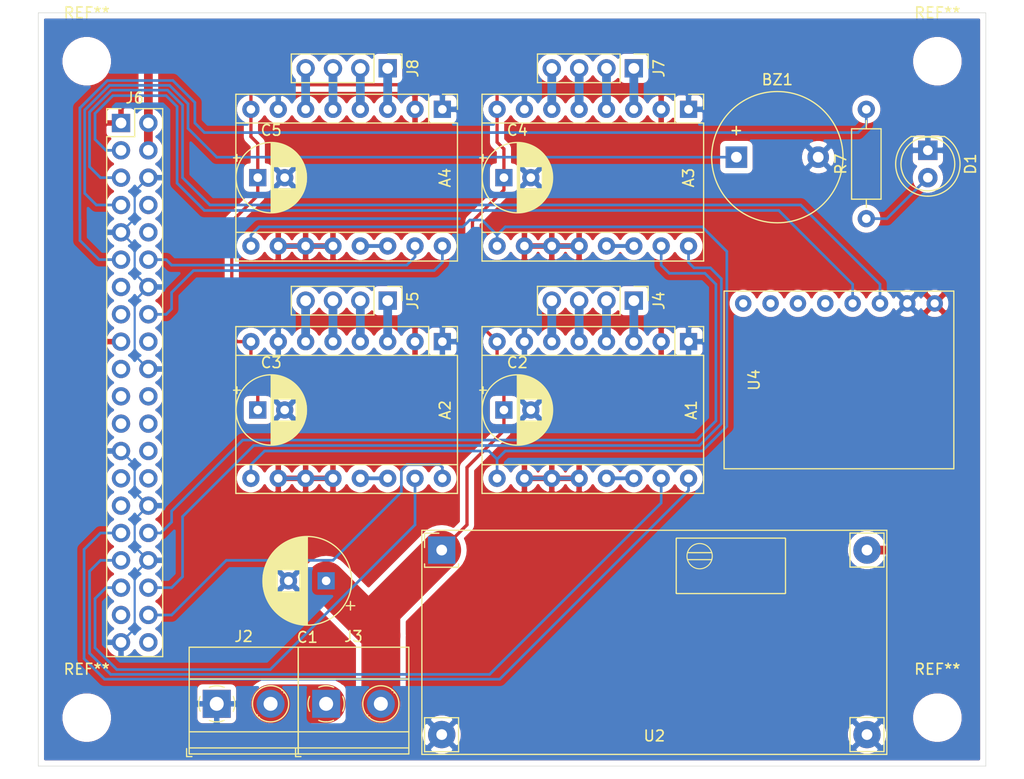
<source format=kicad_pcb>
(kicad_pcb (version 20171130) (host pcbnew 5.1.12-84ad8e8a86~92~ubuntu20.04.1)
  (layers (0 F.Cu signal) (31 B.Cu signal) (34 B.Paste user) (35 F.Paste user) (36 B.SilkS user) (37 F.SilkS user) (38 B.Mask user) (39 F.Mask user) (44 Edge.Cuts user))
  (net 0 "")
  (net 1 /M0_DIR)
  (net 2 +12V)
  (net 3 /M0_STEP)
  (net 4 GND)
  (net 5 /M0_2B)
  (net 6 /M0_2A)
  (net 7 /M0_1A)
  (net 8 /M0_1B)
  (net 9 +3V3)
  (net 10 /_ENABLE)
  (net 11 /M1_DIR)
  (net 12 /M1_STEP)
  (net 13 /M1_2B)
  (net 14 /M1_2A)
  (net 15 /M1_1A)
  (net 16 /M1_1B)
  (net 17 /M2_DIR)
  (net 18 /M2_STEP)
  (net 19 /M2_2B)
  (net 20 /M2_2A)
  (net 21 /M2_1A)
  (net 22 /M2_1B)
  (net 23 /M3_DIR)
  (net 24 /M3_STEP)
  (net 25 /M3_2B)
  (net 26 /M3_2A)
  (net 27 /M3_1A)
  (net 28 /M3_1B)
  (net 29 /BUZZER)
  (net 30 "Net-(D1-Pad2)")
  (net 31 "Net-(J6-Pad40)")
  (net 32 "Net-(J6-Pad37)")
  (net 33 "Net-(J6-Pad29)")
  (net 34 "Net-(J6-Pad27)")
  (net 35 "Net-(J6-Pad23)")
  (net 36 "Net-(J6-Pad21)")
  (net 37 "Net-(J6-Pad19)")
  (net 38 "Net-(J6-Pad18)")
  (net 39 "Net-(J6-Pad15)")
  (net 40 "Net-(J6-Pad13)")
  (net 41 "Net-(J6-Pad10)")
  (net 42 "Net-(J6-Pad8)")
  (net 43 /SCL)
  (net 44 /SDA)
  (net 45 /LED)
  (net 46 +5V)
  (net 47 "Net-(U4-Pad5)")
  (net 48 "Net-(U4-Pad6)")
  (net 49 "Net-(U4-Pad7)")
  (net 50 "Net-(U4-Pad8)")
  (net 51 "Net-(J2-Pad2)")
  (net 52 /_RESET0)
  (net 53 /_RESET1)
  (net 54 /_RESET2)
  (net 55 /_RESET3)
  (net 56 "Net-(J6-Pad28)")
  (net 57 "Net-(J6-Pad26)")
  (net 58 "Net-(J6-Pad22)")
  (net 59 "Net-(J6-Pad24)")
  (module MountingHole:MountingHole_3.5mm (layer F.Cu) (at 16.5 70.5)
    (fp_text reference REF** (at 0 -4.5) (layer F.SilkS))
    (fp_text value MountingHole_3.5mm)
    (pad 1 np_thru_hole circle (at 0 0) (size 3.5 3.5) (drill 3.5) (layers *.Cu *.Mask))
  )
  (module MountingHole:MountingHole_3.5mm (layer F.Cu) (at 95.5 70.5)
    (fp_text reference REF** (at 0 -4.5) (layer F.SilkS))
    (fp_text value MountingHole_3.5mm)
    (pad 1 np_thru_hole circle (at 0 0) (size 3.5 3.5) (drill 3.5) (layers *.Cu *.Mask))
  )
  (module MountingHole:MountingHole_3.5mm (layer F.Cu) (at 95.5 9.5)
    (fp_text reference REF** (at 0 -4.5) (layer F.SilkS))
    (fp_text value MountingHole_3.5mm)
    (pad 1 np_thru_hole circle (at 0 0) (size 3.5 3.5) (drill 3.5) (layers *.Cu *.Mask))
  )
  (module MountingHole:MountingHole_3.5mm (layer F.Cu) (at 16.5 9.5)
    (fp_text reference REF** (at 0 -4.5) (layer F.SilkS))
    (fp_text value MountingHole_3.5mm)
    (pad 1 np_thru_hole circle (at 0 0) (size 3.5 3.5) (drill 3.5) (layers *.Cu *.Mask))
  )
  (module TerminalBlock_Phoenix:TerminalBlock_Phoenix_MKDS-1,5-2-5.08_1x02_P5.08mm_Horizontal (layer F.Cu) (at 38.735 69.215)
    (fp_text reference J3 (at 2.54 -6.26) (layer F.SilkS))
    (fp_text value Conn_01x02)
    (pad 2 thru_hole circle (at 5.08 0) (size 2.6 2.6) (drill 1.3) (layers *.Cu *.Mask) (net 2 +12V))
    (pad 1 thru_hole rect (at 0 0) (size 2.6 2.6) (drill 1.3) (layers *.Cu *.Mask) (net 51 "Net-(J2-Pad2)"))
  )
  (module TerminalBlock_Phoenix:TerminalBlock_Phoenix_MKDS-1,5-2_1x02_P5.00mm_Horizontal (layer F.Cu) (at 28.575 69.215)
    (fp_text reference J2 (at 2.5 -6.26) (layer F.SilkS))
    (fp_text value Conn_01x02)
    (pad 2 thru_hole circle (at 5 0) (size 2.6 2.6) (drill 1.3) (layers *.Cu *.Mask) (net 51 "Net-(J2-Pad2)"))
    (pad 1 thru_hole rect (at 0 0) (size 2.6 2.6) (drill 1.3) (layers *.Cu *.Mask) (net 4 GND))
  )
  (module omniBoard:MPU6050_module (layer F.Cu) (at 86.36 39.116 270)
    (fp_text reference U4 (at 0 7.874 90) (layer F.SilkS))
    (fp_text value MPU6050_module)
    (pad 8 thru_hole circle (at -7.112 8.89 270) (size 1.524 1.524) (drill 0.762) (layers *.Cu *.Mask) (net 50 "Net-(U4-Pad8)"))
    (pad 7 thru_hole circle (at -7.112 6.35 270) (size 1.524 1.524) (drill 0.762) (layers *.Cu *.Mask) (net 49 "Net-(U4-Pad7)"))
    (pad 6 thru_hole circle (at -7.112 3.81 270) (size 1.524 1.524) (drill 0.762) (layers *.Cu *.Mask) (net 48 "Net-(U4-Pad6)"))
    (pad 5 thru_hole circle (at -7.112 1.27 270) (size 1.524 1.524) (drill 0.762) (layers *.Cu *.Mask) (net 47 "Net-(U4-Pad5)"))
    (pad 4 thru_hole circle (at -7.112 -1.27 270) (size 1.524 1.524) (drill 0.762) (layers *.Cu *.Mask) (net 44 /SDA))
    (pad 3 thru_hole circle (at -7.112 -3.81 270) (size 1.524 1.524) (drill 0.762) (layers *.Cu *.Mask) (net 43 /SCL))
    (pad 2 thru_hole circle (at -7.112 -6.35 270) (size 1.524 1.524) (drill 0.762) (layers *.Cu *.Mask) (net 4 GND))
    (pad 1 thru_hole circle (at -7.112 -8.89 270) (size 1.524 1.524) (drill 0.762) (layers *.Cu *.Mask) (net 9 +3V3))
  )
  (module omniBoard:LM2596_module (layer F.Cu) (at 69.215 63.5)
    (fp_text reference U2 (at 0 8.6995) (layer F.SilkS))
    (fp_text value LM2596_module)
    (pad 1 thru_hole rect (at -19.7485 -8.5725) (size 2.54 2.54) (drill 1) (layers *.Cu *.Mask) (net 2 +12V))
    (pad 3 thru_hole circle (at 19.7485 8.5725) (size 2.54 2.54) (drill 1) (layers *.Cu *.Mask) (net 4 GND))
    (pad 2 thru_hole circle (at -19.7485 8.5725) (size 2.54 2.54) (drill 1) (layers *.Cu *.Mask) (net 4 GND))
    (pad 4 thru_hole circle (at 19.7485 -8.5725) (size 2.54 2.54) (drill 1) (layers *.Cu *.Mask) (net 46 +5V))
  )
  (module Resistor_THT:R_Axial_DIN0207_L6.3mm_D2.5mm_P10.16mm_Horizontal (layer F.Cu) (at 88.9 24.13 90)
    (fp_text reference R7 (at 5.08 -2.37 90) (layer F.SilkS))
    (fp_text value 330)
    (pad 2 thru_hole oval (at 10.16 0 90) (size 1.6 1.6) (drill 0.8) (layers *.Cu *.Mask) (net 45 /LED))
    (pad 1 thru_hole circle (at 0 0 90) (size 1.6 1.6) (drill 0.8) (layers *.Cu *.Mask) (net 30 "Net-(D1-Pad2)"))
  )
  (module Connector_PinHeader_2.54mm:PinHeader_1x04_P2.54mm_Vertical (layer F.Cu) (at 44.45 10.16 270)
    (fp_text reference J8 (at 0 -2.33 90) (layer F.SilkS))
    (fp_text value Conn_01x04)
    (pad 4 thru_hole oval (at 0 7.62 270) (size 1.7 1.7) (drill 1) (layers *.Cu *.Mask) (net 25 /M3_2B))
    (pad 3 thru_hole oval (at 0 5.08 270) (size 1.7 1.7) (drill 1) (layers *.Cu *.Mask) (net 26 /M3_2A))
    (pad 2 thru_hole oval (at 0 2.54 270) (size 1.7 1.7) (drill 1) (layers *.Cu *.Mask) (net 27 /M3_1A))
    (pad 1 thru_hole rect (at 0 0 270) (size 1.7 1.7) (drill 1) (layers *.Cu *.Mask) (net 28 /M3_1B))
  )
  (module Connector_PinHeader_2.54mm:PinHeader_1x04_P2.54mm_Vertical (layer F.Cu) (at 67.31 10.16 270)
    (fp_text reference J7 (at 0 -2.33 90) (layer F.SilkS))
    (fp_text value Conn_01x04)
    (pad 4 thru_hole oval (at 0 7.62 270) (size 1.7 1.7) (drill 1) (layers *.Cu *.Mask) (net 19 /M2_2B))
    (pad 3 thru_hole oval (at 0 5.08 270) (size 1.7 1.7) (drill 1) (layers *.Cu *.Mask) (net 20 /M2_2A))
    (pad 2 thru_hole oval (at 0 2.54 270) (size 1.7 1.7) (drill 1) (layers *.Cu *.Mask) (net 21 /M2_1A))
    (pad 1 thru_hole rect (at 0 0 270) (size 1.7 1.7) (drill 1) (layers *.Cu *.Mask) (net 22 /M2_1B))
  )
  (module Connector_PinHeader_2.54mm:PinHeader_2x20_P2.54mm_Vertical (layer F.Cu) (at 19.685 15.24)
    (fp_text reference J6 (at 1.27 -2.33) (layer F.SilkS))
    (fp_text value Raspberry_Pi_2_3)
    (pad 1 thru_hole rect (at 0 0) (size 1.7 1.7) (drill 1) (layers *.Cu *.Mask) (net 9 +3V3))
    (pad 2 thru_hole oval (at 2.54 0) (size 1.7 1.7) (drill 1) (layers *.Cu *.Mask) (net 46 +5V))
    (pad 3 thru_hole oval (at 0 2.54) (size 1.7 1.7) (drill 1) (layers *.Cu *.Mask) (net 44 /SDA))
    (pad 4 thru_hole oval (at 2.54 2.54) (size 1.7 1.7) (drill 1) (layers *.Cu *.Mask) (net 46 +5V))
    (pad 5 thru_hole oval (at 0 5.08) (size 1.7 1.7) (drill 1) (layers *.Cu *.Mask) (net 43 /SCL))
    (pad 6 thru_hole oval (at 2.54 5.08) (size 1.7 1.7) (drill 1) (layers *.Cu *.Mask) (net 4 GND))
    (pad 7 thru_hole oval (at 0 7.62) (size 1.7 1.7) (drill 1) (layers *.Cu *.Mask) (net 29 /BUZZER))
    (pad 8 thru_hole oval (at 2.54 7.62) (size 1.7 1.7) (drill 1) (layers *.Cu *.Mask) (net 42 "Net-(J6-Pad8)"))
    (pad 9 thru_hole oval (at 0 10.16) (size 1.7 1.7) (drill 1) (layers *.Cu *.Mask) (net 4 GND))
    (pad 10 thru_hole oval (at 2.54 10.16) (size 1.7 1.7) (drill 1) (layers *.Cu *.Mask) (net 41 "Net-(J6-Pad10)"))
    (pad 11 thru_hole oval (at 0 12.7) (size 1.7 1.7) (drill 1) (layers *.Cu *.Mask) (net 45 /LED))
    (pad 12 thru_hole oval (at 2.54 12.7) (size 1.7 1.7) (drill 1) (layers *.Cu *.Mask) (net 24 /M3_STEP))
    (pad 13 thru_hole oval (at 0 15.24) (size 1.7 1.7) (drill 1) (layers *.Cu *.Mask) (net 40 "Net-(J6-Pad13)"))
    (pad 14 thru_hole oval (at 2.54 15.24) (size 1.7 1.7) (drill 1) (layers *.Cu *.Mask) (net 4 GND))
    (pad 15 thru_hole oval (at 0 17.78) (size 1.7 1.7) (drill 1) (layers *.Cu *.Mask) (net 39 "Net-(J6-Pad15)"))
    (pad 16 thru_hole oval (at 2.54 17.78) (size 1.7 1.7) (drill 1) (layers *.Cu *.Mask) (net 23 /M3_DIR))
    (pad 17 thru_hole oval (at 0 20.32) (size 1.7 1.7) (drill 1) (layers *.Cu *.Mask) (net 9 +3V3))
    (pad 18 thru_hole oval (at 2.54 20.32) (size 1.7 1.7) (drill 1) (layers *.Cu *.Mask) (net 38 "Net-(J6-Pad18)"))
    (pad 19 thru_hole oval (at 0 22.86) (size 1.7 1.7) (drill 1) (layers *.Cu *.Mask) (net 37 "Net-(J6-Pad19)"))
    (pad 20 thru_hole oval (at 2.54 22.86) (size 1.7 1.7) (drill 1) (layers *.Cu *.Mask) (net 4 GND))
    (pad 21 thru_hole oval (at 0 25.4) (size 1.7 1.7) (drill 1) (layers *.Cu *.Mask) (net 36 "Net-(J6-Pad21)"))
    (pad 22 thru_hole oval (at 2.54 25.4) (size 1.7 1.7) (drill 1) (layers *.Cu *.Mask) (net 58 "Net-(J6-Pad22)"))
    (pad 23 thru_hole oval (at 0 27.94) (size 1.7 1.7) (drill 1) (layers *.Cu *.Mask) (net 35 "Net-(J6-Pad23)"))
    (pad 24 thru_hole oval (at 2.54 27.94) (size 1.7 1.7) (drill 1) (layers *.Cu *.Mask) (net 59 "Net-(J6-Pad24)"))
    (pad 25 thru_hole oval (at 0 30.48) (size 1.7 1.7) (drill 1) (layers *.Cu *.Mask) (net 4 GND))
    (pad 26 thru_hole oval (at 2.54 30.48) (size 1.7 1.7) (drill 1) (layers *.Cu *.Mask) (net 57 "Net-(J6-Pad26)"))
    (pad 27 thru_hole oval (at 0 33.02) (size 1.7 1.7) (drill 1) (layers *.Cu *.Mask) (net 34 "Net-(J6-Pad27)"))
    (pad 28 thru_hole oval (at 2.54 33.02) (size 1.7 1.7) (drill 1) (layers *.Cu *.Mask) (net 56 "Net-(J6-Pad28)"))
    (pad 29 thru_hole oval (at 0 35.56) (size 1.7 1.7) (drill 1) (layers *.Cu *.Mask) (net 33 "Net-(J6-Pad29)"))
    (pad 30 thru_hole oval (at 2.54 35.56) (size 1.7 1.7) (drill 1) (layers *.Cu *.Mask) (net 4 GND))
    (pad 31 thru_hole oval (at 0 38.1) (size 1.7 1.7) (drill 1) (layers *.Cu *.Mask) (net 1 /M0_DIR))
    (pad 32 thru_hole oval (at 2.54 38.1) (size 1.7 1.7) (drill 1) (layers *.Cu *.Mask) (net 18 /M2_STEP))
    (pad 33 thru_hole oval (at 0 40.64) (size 1.7 1.7) (drill 1) (layers *.Cu *.Mask) (net 3 /M0_STEP))
    (pad 34 thru_hole oval (at 2.54 40.64) (size 1.7 1.7) (drill 1) (layers *.Cu *.Mask) (net 4 GND))
    (pad 35 thru_hole oval (at 0 43.18) (size 1.7 1.7) (drill 1) (layers *.Cu *.Mask) (net 12 /M1_STEP))
    (pad 36 thru_hole oval (at 2.54 43.18) (size 1.7 1.7) (drill 1) (layers *.Cu *.Mask) (net 17 /M2_DIR))
    (pad 37 thru_hole oval (at 0 45.72) (size 1.7 1.7) (drill 1) (layers *.Cu *.Mask) (net 32 "Net-(J6-Pad37)"))
    (pad 38 thru_hole oval (at 2.54 45.72) (size 1.7 1.7) (drill 1) (layers *.Cu *.Mask) (net 11 /M1_DIR))
    (pad 39 thru_hole oval (at 0 48.26) (size 1.7 1.7) (drill 1) (layers *.Cu *.Mask) (net 4 GND))
    (pad 40 thru_hole oval (at 2.54 48.26) (size 1.7 1.7) (drill 1) (layers *.Cu *.Mask) (net 31 "Net-(J6-Pad40)"))
  )
  (module Connector_PinHeader_2.54mm:PinHeader_1x04_P2.54mm_Vertical (layer F.Cu) (at 44.45 31.75 270)
    (fp_text reference J5 (at 0 -2.33 90) (layer F.SilkS))
    (fp_text value Conn_01x04)
    (pad 4 thru_hole oval (at 0 7.62 270) (size 1.7 1.7) (drill 1) (layers *.Cu *.Mask) (net 13 /M1_2B))
    (pad 3 thru_hole oval (at 0 5.08 270) (size 1.7 1.7) (drill 1) (layers *.Cu *.Mask) (net 14 /M1_2A))
    (pad 2 thru_hole oval (at 0 2.54 270) (size 1.7 1.7) (drill 1) (layers *.Cu *.Mask) (net 15 /M1_1A))
    (pad 1 thru_hole rect (at 0 0 270) (size 1.7 1.7) (drill 1) (layers *.Cu *.Mask) (net 16 /M1_1B))
  )
  (module Connector_PinHeader_2.54mm:PinHeader_1x04_P2.54mm_Vertical (layer F.Cu) (at 67.31 31.75 270)
    (fp_text reference J4 (at 0 -2.33 90) (layer F.SilkS))
    (fp_text value Conn_01x04)
    (pad 4 thru_hole oval (at 0 7.62 270) (size 1.7 1.7) (drill 1) (layers *.Cu *.Mask) (net 5 /M0_2B))
    (pad 3 thru_hole oval (at 0 5.08 270) (size 1.7 1.7) (drill 1) (layers *.Cu *.Mask) (net 6 /M0_2A))
    (pad 2 thru_hole oval (at 0 2.54 270) (size 1.7 1.7) (drill 1) (layers *.Cu *.Mask) (net 7 /M0_1A))
    (pad 1 thru_hole rect (at 0 0 270) (size 1.7 1.7) (drill 1) (layers *.Cu *.Mask) (net 8 /M0_1B))
  )
  (module LED_THT:LED_D5.0mm (layer F.Cu) (at 94.615 17.78 270)
    (fp_text reference D1 (at 1.27 -3.96 90) (layer F.SilkS))
    (fp_text value LED)
    (pad 2 thru_hole circle (at 2.54 0 270) (size 1.8 1.8) (drill 0.9) (layers *.Cu *.Mask) (net 30 "Net-(D1-Pad2)"))
    (pad 1 thru_hole rect (at 0 0 270) (size 1.8 1.8) (drill 0.9) (layers *.Cu *.Mask) (net 4 GND))
  )
  (module Capacitor_THT:CP_Radial_D6.3mm_P2.50mm (layer F.Cu) (at 32.385 20.32)
    (fp_text reference C5 (at 1.25 -4.4) (layer F.SilkS))
    (fp_text value 100uF)
    (pad 2 thru_hole circle (at 2.5 0) (size 1.6 1.6) (drill 0.8) (layers *.Cu *.Mask) (net 4 GND))
    (pad 1 thru_hole rect (at 0 0) (size 1.6 1.6) (drill 0.8) (layers *.Cu *.Mask) (net 2 +12V))
  )
  (module Capacitor_THT:CP_Radial_D6.3mm_P2.50mm (layer F.Cu) (at 55.245 20.32)
    (fp_text reference C4 (at 1.25 -4.4) (layer F.SilkS))
    (fp_text value 100uF)
    (pad 2 thru_hole circle (at 2.5 0) (size 1.6 1.6) (drill 0.8) (layers *.Cu *.Mask) (net 4 GND))
    (pad 1 thru_hole rect (at 0 0) (size 1.6 1.6) (drill 0.8) (layers *.Cu *.Mask) (net 2 +12V))
  )
  (module Capacitor_THT:CP_Radial_D6.3mm_P2.50mm (layer F.Cu) (at 32.385 41.91)
    (fp_text reference C3 (at 1.25 -4.4) (layer F.SilkS))
    (fp_text value 100uF)
    (pad 2 thru_hole circle (at 2.5 0) (size 1.6 1.6) (drill 0.8) (layers *.Cu *.Mask) (net 4 GND))
    (pad 1 thru_hole rect (at 0 0) (size 1.6 1.6) (drill 0.8) (layers *.Cu *.Mask) (net 2 +12V))
  )
  (module Capacitor_THT:CP_Radial_D6.3mm_P2.50mm (layer F.Cu) (at 55.245 41.91)
    (fp_text reference C2 (at 1.25 -4.4) (layer F.SilkS))
    (fp_text value 100uF)
    (pad 2 thru_hole circle (at 2.5 0) (size 1.6 1.6) (drill 0.8) (layers *.Cu *.Mask) (net 4 GND))
    (pad 1 thru_hole rect (at 0 0) (size 1.6 1.6) (drill 0.8) (layers *.Cu *.Mask) (net 2 +12V))
  )
  (module Capacitor_THT:CP_Radial_D8.0mm_P3.50mm (layer F.Cu) (at 38.735 57.785 180)
    (fp_text reference C1 (at 1.75 -5.25) (layer F.SilkS))
    (fp_text value 220uF)
    (pad 1 thru_hole rect (at 0 0 180) (size 1.6 1.6) (drill 0.8) (layers *.Cu *.Mask) (net 2 +12V))
    (pad 2 thru_hole circle (at 3.5 0 180) (size 1.6 1.6) (drill 0.8) (layers *.Cu *.Mask) (net 4 GND))
  )
  (module Buzzer_Beeper:Buzzer_12x9.5RM7.6 (layer F.Cu) (at 76.835 18.415)
    (fp_text reference BZ1 (at 3.8 -7.2) (layer F.SilkS))
    (fp_text value Buzzer)
    (fp_text user + (at -0.01 -2.54) (layer F.SilkS))
    (pad 2 thru_hole circle (at 7.6 0) (size 2 2) (drill 1) (layers *.Cu *.Mask) (net 4 GND))
    (pad 1 thru_hole rect (at 0 0) (size 2 2) (drill 1) (layers *.Cu *.Mask) (net 29 /BUZZER))
  )
  (module Module:Pololu_Breakout-16_15.2x20.3mm (layer F.Cu) (at 49.53 13.97 270)
    (fp_text reference A4 (at 6.35 -0.254 90) (layer F.SilkS))
    (fp_text value Pololu_Breakout_A4988)
    (pad 16 thru_hole oval (at 12.7 0 270) (size 1.6 1.6) (drill 0.8) (layers *.Cu *.Mask) (net 23 /M3_DIR))
    (pad 8 thru_hole oval (at 0 17.78 270) (size 1.6 1.6) (drill 0.8) (layers *.Cu *.Mask) (net 2 +12V))
    (pad 15 thru_hole oval (at 12.7 2.54 270) (size 1.6 1.6) (drill 0.8) (layers *.Cu *.Mask) (net 24 /M3_STEP))
    (pad 7 thru_hole oval (at 0 15.24 270) (size 1.6 1.6) (drill 0.8) (layers *.Cu *.Mask) (net 4 GND))
    (pad 14 thru_hole oval (at 12.7 5.08 270) (size 1.6 1.6) (drill 0.8) (layers *.Cu *.Mask) (net 55 /_RESET3))
    (pad 6 thru_hole oval (at 0 12.7 270) (size 1.6 1.6) (drill 0.8) (layers *.Cu *.Mask) (net 25 /M3_2B))
    (pad 13 thru_hole oval (at 12.7 7.62 270) (size 1.6 1.6) (drill 0.8) (layers *.Cu *.Mask) (net 55 /_RESET3))
    (pad 5 thru_hole oval (at 0 10.16 270) (size 1.6 1.6) (drill 0.8) (layers *.Cu *.Mask) (net 26 /M3_2A))
    (pad 12 thru_hole oval (at 12.7 10.16 270) (size 1.6 1.6) (drill 0.8) (layers *.Cu *.Mask) (net 9 +3V3))
    (pad 4 thru_hole oval (at 0 7.62 270) (size 1.6 1.6) (drill 0.8) (layers *.Cu *.Mask) (net 27 /M3_1A))
    (pad 11 thru_hole oval (at 12.7 12.7 270) (size 1.6 1.6) (drill 0.8) (layers *.Cu *.Mask) (net 9 +3V3))
    (pad 3 thru_hole oval (at 0 5.08 270) (size 1.6 1.6) (drill 0.8) (layers *.Cu *.Mask) (net 28 /M3_1B))
    (pad 10 thru_hole oval (at 12.7 15.24 270) (size 1.6 1.6) (drill 0.8) (layers *.Cu *.Mask) (net 9 +3V3))
    (pad 2 thru_hole oval (at 0 2.54 270) (size 1.6 1.6) (drill 0.8) (layers *.Cu *.Mask) (net 9 +3V3))
    (pad 9 thru_hole oval (at 12.7 17.78 270) (size 1.6 1.6) (drill 0.8) (layers *.Cu *.Mask) (net 10 /_ENABLE))
    (pad 1 thru_hole rect (at 0 0 270) (size 1.6 1.6) (drill 0.8) (layers *.Cu *.Mask) (net 4 GND))
  )
  (module Module:Pololu_Breakout-16_15.2x20.3mm (layer F.Cu) (at 72.39 13.97 270)
    (fp_text reference A3 (at 6.35 0 90) (layer F.SilkS))
    (fp_text value Pololu_Breakout_A4988)
    (pad 16 thru_hole oval (at 12.7 0 270) (size 1.6 1.6) (drill 0.8) (layers *.Cu *.Mask) (net 17 /M2_DIR))
    (pad 8 thru_hole oval (at 0 17.78 270) (size 1.6 1.6) (drill 0.8) (layers *.Cu *.Mask) (net 2 +12V))
    (pad 15 thru_hole oval (at 12.7 2.54 270) (size 1.6 1.6) (drill 0.8) (layers *.Cu *.Mask) (net 18 /M2_STEP))
    (pad 7 thru_hole oval (at 0 15.24 270) (size 1.6 1.6) (drill 0.8) (layers *.Cu *.Mask) (net 4 GND))
    (pad 14 thru_hole oval (at 12.7 5.08 270) (size 1.6 1.6) (drill 0.8) (layers *.Cu *.Mask) (net 54 /_RESET2))
    (pad 6 thru_hole oval (at 0 12.7 270) (size 1.6 1.6) (drill 0.8) (layers *.Cu *.Mask) (net 19 /M2_2B))
    (pad 13 thru_hole oval (at 12.7 7.62 270) (size 1.6 1.6) (drill 0.8) (layers *.Cu *.Mask) (net 54 /_RESET2))
    (pad 5 thru_hole oval (at 0 10.16 270) (size 1.6 1.6) (drill 0.8) (layers *.Cu *.Mask) (net 20 /M2_2A))
    (pad 12 thru_hole oval (at 12.7 10.16 270) (size 1.6 1.6) (drill 0.8) (layers *.Cu *.Mask) (net 9 +3V3))
    (pad 4 thru_hole oval (at 0 7.62 270) (size 1.6 1.6) (drill 0.8) (layers *.Cu *.Mask) (net 21 /M2_1A))
    (pad 11 thru_hole oval (at 12.7 12.7 270) (size 1.6 1.6) (drill 0.8) (layers *.Cu *.Mask) (net 9 +3V3))
    (pad 3 thru_hole oval (at 0 5.08 270) (size 1.6 1.6) (drill 0.8) (layers *.Cu *.Mask) (net 22 /M2_1B))
    (pad 10 thru_hole oval (at 12.7 15.24 270) (size 1.6 1.6) (drill 0.8) (layers *.Cu *.Mask) (net 9 +3V3))
    (pad 2 thru_hole oval (at 0 2.54 270) (size 1.6 1.6) (drill 0.8) (layers *.Cu *.Mask) (net 9 +3V3))
    (pad 9 thru_hole oval (at 12.7 17.78 270) (size 1.6 1.6) (drill 0.8) (layers *.Cu *.Mask) (net 10 /_ENABLE))
    (pad 1 thru_hole rect (at 0 0 270) (size 1.6 1.6) (drill 0.8) (layers *.Cu *.Mask) (net 4 GND))
  )
  (module Module:Pololu_Breakout-16_15.2x20.3mm (layer F.Cu) (at 49.53 35.56 270)
    (fp_text reference A2 (at 6.35 -0.254 90) (layer F.SilkS))
    (fp_text value Pololu_Breakout_A4988)
    (pad 16 thru_hole oval (at 12.7 0 270) (size 1.6 1.6) (drill 0.8) (layers *.Cu *.Mask) (net 11 /M1_DIR))
    (pad 8 thru_hole oval (at 0 17.78 270) (size 1.6 1.6) (drill 0.8) (layers *.Cu *.Mask) (net 2 +12V))
    (pad 15 thru_hole oval (at 12.7 2.54 270) (size 1.6 1.6) (drill 0.8) (layers *.Cu *.Mask) (net 12 /M1_STEP))
    (pad 7 thru_hole oval (at 0 15.24 270) (size 1.6 1.6) (drill 0.8) (layers *.Cu *.Mask) (net 4 GND))
    (pad 14 thru_hole oval (at 12.7 5.08 270) (size 1.6 1.6) (drill 0.8) (layers *.Cu *.Mask) (net 53 /_RESET1))
    (pad 6 thru_hole oval (at 0 12.7 270) (size 1.6 1.6) (drill 0.8) (layers *.Cu *.Mask) (net 13 /M1_2B))
    (pad 13 thru_hole oval (at 12.7 7.62 270) (size 1.6 1.6) (drill 0.8) (layers *.Cu *.Mask) (net 53 /_RESET1))
    (pad 5 thru_hole oval (at 0 10.16 270) (size 1.6 1.6) (drill 0.8) (layers *.Cu *.Mask) (net 14 /M1_2A))
    (pad 12 thru_hole oval (at 12.7 10.16 270) (size 1.6 1.6) (drill 0.8) (layers *.Cu *.Mask) (net 9 +3V3))
    (pad 4 thru_hole oval (at 0 7.62 270) (size 1.6 1.6) (drill 0.8) (layers *.Cu *.Mask) (net 15 /M1_1A))
    (pad 11 thru_hole oval (at 12.7 12.7 270) (size 1.6 1.6) (drill 0.8) (layers *.Cu *.Mask) (net 9 +3V3))
    (pad 3 thru_hole oval (at 0 5.08 270) (size 1.6 1.6) (drill 0.8) (layers *.Cu *.Mask) (net 16 /M1_1B))
    (pad 10 thru_hole oval (at 12.7 15.24 270) (size 1.6 1.6) (drill 0.8) (layers *.Cu *.Mask) (net 9 +3V3))
    (pad 2 thru_hole oval (at 0 2.54 270) (size 1.6 1.6) (drill 0.8) (layers *.Cu *.Mask) (net 9 +3V3))
    (pad 9 thru_hole oval (at 12.7 17.78 270) (size 1.6 1.6) (drill 0.8) (layers *.Cu *.Mask) (net 10 /_ENABLE))
    (pad 1 thru_hole rect (at 0 0 270) (size 1.6 1.6) (drill 0.8) (layers *.Cu *.Mask) (net 4 GND))
  )
  (module Module:Pololu_Breakout-16_15.2x20.3mm (layer F.Cu) (at 72.39 35.56 270)
    (fp_text reference A1 (at 6.35 -0.254 90) (layer F.SilkS))
    (fp_text value Pololu_Breakout_A4988)
    (pad 16 thru_hole oval (at 12.7 0 270) (size 1.6 1.6) (drill 0.8) (layers *.Cu *.Mask) (net 1 /M0_DIR))
    (pad 8 thru_hole oval (at 0 17.78 270) (size 1.6 1.6) (drill 0.8) (layers *.Cu *.Mask) (net 2 +12V))
    (pad 15 thru_hole oval (at 12.7 2.54 270) (size 1.6 1.6) (drill 0.8) (layers *.Cu *.Mask) (net 3 /M0_STEP))
    (pad 7 thru_hole oval (at 0 15.24 270) (size 1.6 1.6) (drill 0.8) (layers *.Cu *.Mask) (net 4 GND))
    (pad 14 thru_hole oval (at 12.7 5.08 270) (size 1.6 1.6) (drill 0.8) (layers *.Cu *.Mask) (net 52 /_RESET0))
    (pad 6 thru_hole oval (at 0 12.7 270) (size 1.6 1.6) (drill 0.8) (layers *.Cu *.Mask) (net 5 /M0_2B))
    (pad 13 thru_hole oval (at 12.7 7.62 270) (size 1.6 1.6) (drill 0.8) (layers *.Cu *.Mask) (net 52 /_RESET0))
    (pad 5 thru_hole oval (at 0 10.16 270) (size 1.6 1.6) (drill 0.8) (layers *.Cu *.Mask) (net 6 /M0_2A))
    (pad 12 thru_hole oval (at 12.7 10.16 270) (size 1.6 1.6) (drill 0.8) (layers *.Cu *.Mask) (net 9 +3V3))
    (pad 4 thru_hole oval (at 0 7.62 270) (size 1.6 1.6) (drill 0.8) (layers *.Cu *.Mask) (net 7 /M0_1A))
    (pad 11 thru_hole oval (at 12.7 12.7 270) (size 1.6 1.6) (drill 0.8) (layers *.Cu *.Mask) (net 9 +3V3))
    (pad 3 thru_hole oval (at 0 5.08 270) (size 1.6 1.6) (drill 0.8) (layers *.Cu *.Mask) (net 8 /M0_1B))
    (pad 10 thru_hole oval (at 12.7 15.24 270) (size 1.6 1.6) (drill 0.8) (layers *.Cu *.Mask) (net 9 +3V3))
    (pad 2 thru_hole oval (at 0 2.54 270) (size 1.6 1.6) (drill 0.8) (layers *.Cu *.Mask) (net 9 +3V3))
    (pad 9 thru_hole oval (at 12.7 17.78 270) (size 1.6 1.6) (drill 0.8) (layers *.Cu *.Mask) (net 10 /_ENABLE))
    (pad 1 thru_hole rect (at 0 0 270) (size 1.6 1.6) (drill 0.8) (layers *.Cu *.Mask) (net 4 GND))
  )
  (gr_line (start 100 75) (end 100 5) (layer Edge.Cuts) (width 0.05))
  (gr_line (start 12 5) (end 12 75) (layer Edge.Cuts) (width 0.05))
  (gr_line (start 12 75) (end 100 75) (layer Edge.Cuts) (width 0.05))
  (gr_line (start 12 5) (end 100 5) (layer Edge.Cuts) (width 0.05))
  (segment (start 54.85237 66.929) (end 72.39 49.39137) (width 0.25) (layer B.Cu) (net 1))
  (segment (start 18.161 66.929) (end 54.85237 66.929) (width 0.25) (layer B.Cu) (net 1))
  (segment (start 72.39 49.39137) (end 72.39 48.26) (width 0.25) (layer B.Cu) (net 1))
  (segment (start 16.256 65.024) (end 18.161 66.929) (width 0.25) (layer B.Cu) (net 1))
  (segment (start 16.256 54.864) (end 16.256 65.024) (width 0.25) (layer B.Cu) (net 1))
  (segment (start 17.78 53.34) (end 16.256 54.864) (width 0.25) (layer B.Cu) (net 1))
  (segment (start 19.685 53.34) (end 17.78 53.34) (width 0.25) (layer B.Cu) (net 1))
  (segment (start 43.815 62.865) (end 38.735 57.785) (width 3.6068) (layer F.Cu) (net 2))
  (segment (start 43.815 69.215) (end 43.815 62.865) (width 3.6068) (layer F.Cu) (net 2))
  (segment (start 43.815 60.579) (end 49.4665 54.9275) (width 3.6068) (layer F.Cu) (net 2))
  (segment (start 43.815 62.865) (end 43.815 60.579) (width 3.6068) (layer F.Cu) (net 2))
  (segment (start 55.245 41.91) (end 55.245 37.973) (width 0.3048) (layer F.Cu) (net 2))
  (segment (start 54.61 37.338) (end 54.61 35.56) (width 0.3048) (layer F.Cu) (net 2))
  (segment (start 55.245 37.973) (end 54.61 37.338) (width 0.3048) (layer F.Cu) (net 2))
  (segment (start 55.245 41.91) (end 55.245 43.815) (width 0.3048) (layer F.Cu) (net 2))
  (segment (start 55.245 43.815) (end 51.816 47.244) (width 0.3048) (layer F.Cu) (net 2))
  (segment (start 51.816 52.578) (end 49.4665 54.9275) (width 0.3048) (layer F.Cu) (net 2))
  (segment (start 51.816 47.244) (end 51.816 52.578) (width 0.3048) (layer F.Cu) (net 2))
  (segment (start 54.61 35.56) (end 52.324 33.274) (width 0.3048) (layer F.Cu) (net 2))
  (segment (start 52.324 33.274) (end 52.324 24.384) (width 0.3048) (layer F.Cu) (net 2))
  (segment (start 55.245 21.463) (end 55.245 20.32) (width 0.3048) (layer F.Cu) (net 2))
  (segment (start 52.324 24.384) (end 55.245 21.463) (width 0.3048) (layer F.Cu) (net 2))
  (segment (start 54.61 13.97) (end 54.61 17.018) (width 0.3048) (layer F.Cu) (net 2))
  (segment (start 55.245 17.653) (end 55.245 20.32) (width 0.3048) (layer F.Cu) (net 2))
  (segment (start 54.61 17.018) (end 55.245 17.653) (width 0.3048) (layer F.Cu) (net 2))
  (segment (start 31.75 13.97) (end 31.75 16.51) (width 0.3048) (layer F.Cu) (net 2))
  (segment (start 32.385 17.145) (end 32.385 20.32) (width 0.3048) (layer F.Cu) (net 2))
  (segment (start 31.75 16.51) (end 32.385 17.145) (width 0.3048) (layer F.Cu) (net 2))
  (segment (start 32.385 20.32) (end 32.385 21.971) (width 0.3048) (layer F.Cu) (net 2))
  (segment (start 32.385 21.971) (end 29.972 24.384) (width 0.3048) (layer F.Cu) (net 2))
  (segment (start 29.972 24.384) (end 29.972 35.052) (width 0.3048) (layer F.Cu) (net 2))
  (segment (start 30.48 35.56) (end 31.75 35.56) (width 0.3048) (layer F.Cu) (net 2))
  (segment (start 29.972 35.052) (end 30.48 35.56) (width 0.3048) (layer F.Cu) (net 2))
  (segment (start 31.75 35.56) (end 31.75 38.354) (width 0.3048) (layer F.Cu) (net 2))
  (segment (start 32.385 38.989) (end 32.385 41.91) (width 0.3048) (layer F.Cu) (net 2))
  (segment (start 31.75 38.354) (end 32.385 38.989) (width 0.3048) (layer F.Cu) (net 2))
  (segment (start 31.75 13.97) (end 31.75 12.446) (width 0.3048) (layer F.Cu) (net 2))
  (segment (start 31.75 12.446) (end 32.512 11.684) (width 0.3048) (layer F.Cu) (net 2))
  (segment (start 32.512 11.684) (end 53.848 11.684) (width 0.3048) (layer F.Cu) (net 2))
  (segment (start 54.61 12.446) (end 54.61 13.97) (width 0.3048) (layer F.Cu) (net 2))
  (segment (start 53.848 11.684) (end 54.61 12.446) (width 0.3048) (layer F.Cu) (net 2))
  (segment (start 17.78 55.88) (end 19.685 55.88) (width 0.25) (layer B.Cu) (net 3))
  (segment (start 16.764 56.896) (end 17.78 55.88) (width 0.25) (layer B.Cu) (net 3))
  (segment (start 18.72699 66.47899) (end 16.764 64.516) (width 0.25) (layer B.Cu) (net 3))
  (segment (start 53.91701 66.47899) (end 18.72699 66.47899) (width 0.25) (layer B.Cu) (net 3))
  (segment (start 16.764 64.516) (end 16.764 56.896) (width 0.25) (layer B.Cu) (net 3))
  (segment (start 69.85 50.546) (end 53.91701 66.47899) (width 0.25) (layer B.Cu) (net 3))
  (segment (start 69.85 48.26) (end 69.85 50.546) (width 0.25) (layer B.Cu) (net 3))
  (segment (start 22.225 20.32) (end 20.955 21.59) (width 0.2) (layer B.Cu) (net 4))
  (segment (start 20.955 24.13) (end 19.685 25.4) (width 0.2) (layer B.Cu) (net 4))
  (segment (start 20.955 21.59) (end 20.955 24.13) (width 0.2) (layer B.Cu) (net 4))
  (segment (start 19.685 25.4) (end 20.955 26.67) (width 0.2) (layer B.Cu) (net 4))
  (segment (start 20.955 29.21) (end 22.225 30.48) (width 0.2) (layer B.Cu) (net 4))
  (segment (start 20.955 26.67) (end 20.955 29.21) (width 0.2) (layer B.Cu) (net 4))
  (segment (start 22.225 30.48) (end 20.955 31.75) (width 0.2) (layer B.Cu) (net 4))
  (segment (start 20.955 36.83) (end 22.225 38.1) (width 0.2) (layer B.Cu) (net 4))
  (segment (start 20.955 31.75) (end 20.955 36.83) (width 0.2) (layer B.Cu) (net 4))
  (segment (start 22.225 50.8) (end 20.955 52.07) (width 0.2) (layer B.Cu) (net 4))
  (segment (start 20.955 54.61) (end 22.225 55.88) (width 0.2) (layer B.Cu) (net 4))
  (segment (start 20.955 52.07) (end 20.955 54.61) (width 0.2) (layer B.Cu) (net 4))
  (segment (start 22.225 55.88) (end 20.955 57.15) (width 0.2) (layer B.Cu) (net 4))
  (segment (start 20.955 57.15) (end 20.955 62.23) (width 0.2) (layer B.Cu) (net 4))
  (segment (start 20.955 62.23) (end 19.685 63.5) (width 0.2) (layer B.Cu) (net 4))
  (segment (start 19.685 45.72) (end 20.955 46.99) (width 0.2) (layer B.Cu) (net 4))
  (segment (start 20.955 49.53) (end 22.225 50.8) (width 0.2) (layer B.Cu) (net 4))
  (segment (start 20.955 46.99) (end 20.955 49.53) (width 0.2) (layer B.Cu) (net 4))
  (segment (start 59.69 31.75) (end 59.69 35.56) (width 0.8128) (layer B.Cu) (net 5))
  (segment (start 44.45 26.67) (end 41.91 26.67) (width 0.3556) (layer B.Cu) (net 55))
  (segment (start 67.31 26.67) (end 64.77 26.67) (width 0.3556) (layer B.Cu) (net 54))
  (segment (start 67.31 48.26) (end 64.77 48.26) (width 0.3556) (layer B.Cu) (net 52))
  (segment (start 44.45 48.26) (end 41.91 48.26) (width 0.3556) (layer B.Cu) (net 53))
  (segment (start 62.23 35.56) (end 62.23 31.75) (width 0.8128) (layer B.Cu) (net 6))
  (segment (start 64.77 31.75) (end 64.77 35.56) (width 0.8128) (layer B.Cu) (net 7))
  (segment (start 67.31 35.56) (end 67.31 31.75) (width 0.8128) (layer B.Cu) (net 8))
  (segment (start 57.15 26.67) (end 62.23 26.67) (width 0.3556) (layer B.Cu) (net 9))
  (segment (start 34.29 26.67) (end 39.37 26.67) (width 0.3556) (layer B.Cu) (net 9))
  (segment (start 34.29 48.26) (end 39.37 48.26) (width 0.3556) (layer B.Cu) (net 9))
  (segment (start 57.15 48.26) (end 62.23 48.26) (width 0.3556) (layer B.Cu) (net 9))
  (segment (start 54.61 25.654) (end 54.61 26.67) (width 0.25) (layer B.Cu) (net 10))
  (segment (start 31.75 48.26) (end 31.75 46.99) (width 0.25) (layer B.Cu) (net 10))
  (segment (start 31.75 46.99) (end 33.02 45.72) (width 0.25) (layer B.Cu) (net 10))
  (segment (start 33.02 45.72) (end 53.848 45.72) (width 0.25) (layer B.Cu) (net 10))
  (segment (start 54.61 46.482) (end 54.61 48.26) (width 0.25) (layer B.Cu) (net 10))
  (segment (start 53.848 45.72) (end 54.61 46.482) (width 0.25) (layer B.Cu) (net 10))
  (segment (start 73.66 24.892) (end 75.946 27.178) (width 0.25) (layer B.Cu) (net 10))
  (segment (start 55.372 24.892) (end 73.66 24.892) (width 0.25) (layer B.Cu) (net 10))
  (segment (start 54.61 25.654) (end 55.372 24.892) (width 0.25) (layer B.Cu) (net 10))
  (segment (start 75.946 27.178) (end 75.946 43.434) (width 0.25) (layer B.Cu) (net 10))
  (segment (start 54.61 46.482) (end 55.372 45.72) (width 0.25) (layer B.Cu) (net 10))
  (segment (start 55.372 45.72) (end 73.66 45.72) (width 0.25) (layer B.Cu) (net 10))
  (segment (start 73.66 45.72) (end 75.946 43.434) (width 0.25) (layer B.Cu) (net 10))
  (segment (start 53.9115 24.9555) (end 54.61 25.654) (width 0.25) (layer B.Cu) (net 10))
  (segment (start 53.213 24.257) (end 53.9115 24.9555) (width 0.25) (layer B.Cu) (net 10))
  (segment (start 52.07 24.257) (end 53.213 24.257) (width 0.25) (layer B.Cu) (net 10))
  (segment (start 51.435 24.892) (end 52.07 24.257) (width 0.25) (layer B.Cu) (net 10))
  (segment (start 31.75 25.654) (end 32.512 24.892) (width 0.25) (layer B.Cu) (net 10))
  (segment (start 32.512 24.892) (end 51.435 24.892) (width 0.25) (layer B.Cu) (net 10))
  (segment (start 31.75 26.67) (end 31.75 25.654) (width 0.25) (layer B.Cu) (net 10))
  (segment (start 49.276 46.99) (end 49.53 47.244) (width 0.25) (layer B.Cu) (net 11))
  (segment (start 49.53 47.244) (end 49.53 48.26) (width 0.25) (layer B.Cu) (net 11))
  (segment (start 39.37 55.88) (end 45.72 49.53) (width 0.25) (layer B.Cu) (net 11))
  (segment (start 29.464 55.88) (end 39.37 55.88) (width 0.25) (layer B.Cu) (net 11))
  (segment (start 24.384 60.96) (end 29.464 55.88) (width 0.25) (layer B.Cu) (net 11))
  (segment (start 22.225 60.96) (end 24.384 60.96) (width 0.25) (layer B.Cu) (net 11))
  (segment (start 45.72 47.498) (end 46.228 46.99) (width 0.25) (layer B.Cu) (net 11))
  (segment (start 46.228 46.99) (end 49.276 46.99) (width 0.25) (layer B.Cu) (net 11))
  (segment (start 45.72 49.53) (end 45.72 47.498) (width 0.25) (layer B.Cu) (net 11))
  (segment (start 19.685 58.42) (end 18.288 58.42) (width 0.25) (layer B.Cu) (net 12))
  (segment (start 18.288 58.42) (end 17.272 59.436) (width 0.25) (layer B.Cu) (net 12))
  (segment (start 17.272 64.008) (end 17.272 59.436) (width 0.25) (layer B.Cu) (net 12))
  (segment (start 18.4785 65.2145) (end 17.272 64.008) (width 0.25) (layer B.Cu) (net 12))
  (segment (start 18.542 65.278) (end 18.4785 65.2145) (width 0.25) (layer B.Cu) (net 12))
  (segment (start 46.99 52.578) (end 46.99 48.26) (width 0.25) (layer B.Cu) (net 12))
  (segment (start 33.53902 66.02898) (end 46.99 52.578) (width 0.25) (layer B.Cu) (net 12))
  (segment (start 19.29298 66.02898) (end 33.53902 66.02898) (width 0.25) (layer B.Cu) (net 12))
  (segment (start 18.4785 65.2145) (end 19.29298 66.02898) (width 0.25) (layer B.Cu) (net 12))
  (segment (start 36.83 31.75) (end 36.83 35.56) (width 0.8128) (layer B.Cu) (net 13))
  (segment (start 39.37 31.75) (end 39.37 35.56) (width 0.8128) (layer B.Cu) (net 14))
  (segment (start 41.91 31.75) (end 41.91 35.56) (width 0.8128) (layer B.Cu) (net 15))
  (segment (start 44.45 31.75) (end 44.45 35.56) (width 0.8128) (layer B.Cu) (net 16))
  (segment (start 25.4 57.404) (end 24.384 58.42) (width 0.25) (layer B.Cu) (net 17))
  (segment (start 32.004 45.212) (end 25.4 51.816) (width 0.25) (layer B.Cu) (net 17))
  (segment (start 24.384 58.42) (end 22.225 58.42) (width 0.25) (layer B.Cu) (net 17))
  (segment (start 75.438 43.18) (end 73.406 45.212) (width 0.25) (layer B.Cu) (net 17))
  (segment (start 75.438 29.718) (end 75.438 43.18) (width 0.25) (layer B.Cu) (net 17))
  (segment (start 72.898 28.702) (end 74.422 28.702) (width 0.25) (layer B.Cu) (net 17))
  (segment (start 25.4 51.816) (end 25.4 57.404) (width 0.25) (layer B.Cu) (net 17))
  (segment (start 73.406 45.212) (end 32.004 45.212) (width 0.25) (layer B.Cu) (net 17))
  (segment (start 72.39 28.194) (end 72.898 28.702) (width 0.25) (layer B.Cu) (net 17))
  (segment (start 74.422 28.702) (end 75.438 29.718) (width 0.25) (layer B.Cu) (net 17))
  (segment (start 72.39 26.67) (end 72.39 28.194) (width 0.25) (layer B.Cu) (net 17))
  (segment (start 23.368 53.34) (end 22.225 53.34) (width 0.25) (layer B.Cu) (net 18))
  (segment (start 24.384 51.308) (end 24.384 52.324) (width 0.25) (layer B.Cu) (net 18))
  (segment (start 30.988 44.704) (end 24.384 51.308) (width 0.25) (layer B.Cu) (net 18))
  (segment (start 73.152 44.704) (end 30.988 44.704) (width 0.25) (layer B.Cu) (net 18))
  (segment (start 74.93 42.926) (end 73.152 44.704) (width 0.25) (layer B.Cu) (net 18))
  (segment (start 24.384 52.324) (end 23.368 53.34) (width 0.25) (layer B.Cu) (net 18))
  (segment (start 74.93 30.226) (end 74.93 42.926) (width 0.25) (layer B.Cu) (net 18))
  (segment (start 73.914 29.21) (end 74.93 30.226) (width 0.25) (layer B.Cu) (net 18))
  (segment (start 70.612 29.21) (end 73.914 29.21) (width 0.25) (layer B.Cu) (net 18))
  (segment (start 69.85 28.448) (end 70.612 29.21) (width 0.25) (layer B.Cu) (net 18))
  (segment (start 69.85 26.67) (end 69.85 28.448) (width 0.25) (layer B.Cu) (net 18))
  (segment (start 59.69 10.16) (end 59.69 13.97) (width 0.8128) (layer B.Cu) (net 19))
  (segment (start 62.23 13.97) (end 62.23 10.16) (width 0.8128) (layer B.Cu) (net 20))
  (segment (start 64.77 10.16) (end 64.77 13.97) (width 0.8128) (layer B.Cu) (net 21))
  (segment (start 67.31 13.97) (end 67.31 10.16) (width 0.8128) (layer B.Cu) (net 22))
  (segment (start 49.53 26.67) (end 49.53 28.194) (width 0.25) (layer B.Cu) (net 23))
  (segment (start 30.48 28.956) (end 48.768 28.956) (width 0.25) (layer B.Cu) (net 23))
  (segment (start 26.416 28.956) (end 30.48 28.956) (width 0.25) (layer B.Cu) (net 23))
  (segment (start 24.384 30.988) (end 26.416 28.956) (width 0.25) (layer B.Cu) (net 23))
  (segment (start 23.876 33.02) (end 24.384 32.512) (width 0.25) (layer B.Cu) (net 23))
  (segment (start 24.384 32.512) (end 24.384 30.988) (width 0.25) (layer B.Cu) (net 23))
  (segment (start 22.225 33.02) (end 23.876 33.02) (width 0.25) (layer B.Cu) (net 23))
  (segment (start 49.53 28.194) (end 48.768 28.956) (width 0.25) (layer B.Cu) (net 23))
  (segment (start 46.99 26.67) (end 46.99 27.686) (width 0.25) (layer B.Cu) (net 24))
  (segment (start 46.99 27.686) (end 46.228 28.448) (width 0.25) (layer B.Cu) (net 24))
  (segment (start 46.228 28.448) (end 24.384 28.448) (width 0.25) (layer B.Cu) (net 24))
  (segment (start 23.876 27.94) (end 22.225 27.94) (width 0.25) (layer B.Cu) (net 24))
  (segment (start 24.384 28.448) (end 23.876 27.94) (width 0.25) (layer B.Cu) (net 24))
  (segment (start 36.83 10.16) (end 36.83 13.97) (width 0.8128) (layer B.Cu) (net 25))
  (segment (start 39.37 10.16) (end 39.37 13.97) (width 0.8128) (layer B.Cu) (net 26))
  (segment (start 41.91 10.16) (end 41.91 13.97) (width 0.8128) (layer B.Cu) (net 27))
  (segment (start 44.45 10.16) (end 44.45 13.97) (width 0.8128) (layer B.Cu) (net 28))
  (segment (start 28.575 18.415) (end 76.835 18.415) (width 0.25) (layer B.Cu) (net 29))
  (segment (start 25.908 15.748) (end 28.575 18.415) (width 0.25) (layer B.Cu) (net 29))
  (segment (start 25.908 13.45918) (end 25.908 15.748) (width 0.25) (layer B.Cu) (net 29))
  (segment (start 24.19081 11.74199) (end 25.908 13.45918) (width 0.25) (layer B.Cu) (net 29))
  (segment (start 18.608189 11.741991) (end 24.19081 11.74199) (width 0.25) (layer B.Cu) (net 29))
  (segment (start 16.31399 14.03619) (end 18.608189 11.741991) (width 0.25) (layer B.Cu) (net 29))
  (segment (start 16.31399 21.77499) (end 16.31399 14.03619) (width 0.25) (layer B.Cu) (net 29))
  (segment (start 17.399 22.86) (end 16.31399 21.77499) (width 0.25) (layer B.Cu) (net 29))
  (segment (start 19.685 22.86) (end 17.399 22.86) (width 0.25) (layer B.Cu) (net 29))
  (segment (start 90.805 24.13) (end 94.615 20.32) (width 0.25) (layer B.Cu) (net 30))
  (segment (start 88.9 24.13) (end 90.805 24.13) (width 0.25) (layer B.Cu) (net 30))
  (segment (start 25.4 20.32) (end 27.94 22.86) (width 0.25) (layer B.Cu) (net 43))
  (segment (start 24.00441 12.192) (end 25.4 13.58759) (width 0.25) (layer B.Cu) (net 43))
  (segment (start 90.17 30.226) (end 90.17 32.004) (width 0.25) (layer B.Cu) (net 43))
  (segment (start 18.79459 12.192) (end 24.00441 12.192) (width 0.25) (layer B.Cu) (net 43))
  (segment (start 16.821991 14.164599) (end 18.79459 12.192) (width 0.25) (layer B.Cu) (net 43))
  (segment (start 16.82199 14.16601) (end 16.821991 14.164599) (width 0.25) (layer B.Cu) (net 43))
  (segment (start 27.94 22.86) (end 82.804 22.86) (width 0.25) (layer B.Cu) (net 43))
  (segment (start 25.4 13.58759) (end 25.4 20.32) (width 0.25) (layer B.Cu) (net 43))
  (segment (start 16.764 14.224) (end 16.82199 14.16601) (width 0.25) (layer B.Cu) (net 43))
  (segment (start 17.78 20.32) (end 16.764 19.304) (width 0.25) (layer B.Cu) (net 43))
  (segment (start 82.804 22.86) (end 90.17 30.226) (width 0.25) (layer B.Cu) (net 43))
  (segment (start 16.764 19.304) (end 16.764 14.224) (width 0.25) (layer B.Cu) (net 43))
  (segment (start 19.685 20.32) (end 17.78 20.32) (width 0.25) (layer B.Cu) (net 43))
  (segment (start 87.63 30.226) (end 80.772 23.368) (width 0.25) (layer B.Cu) (net 44))
  (segment (start 24.892 13.716) (end 23.876 12.7) (width 0.25) (layer B.Cu) (net 44))
  (segment (start 18.288 17.78) (end 19.685 17.78) (width 0.25) (layer B.Cu) (net 44))
  (segment (start 80.772 23.368) (end 27.432 23.368) (width 0.25) (layer B.Cu) (net 44))
  (segment (start 17.272 16.764) (end 18.288 17.78) (width 0.25) (layer B.Cu) (net 44))
  (segment (start 24.892 20.828) (end 24.892 13.716) (width 0.25) (layer B.Cu) (net 44))
  (segment (start 27.432 23.368) (end 24.892 20.828) (width 0.25) (layer B.Cu) (net 44))
  (segment (start 87.63 32.004) (end 87.63 30.226) (width 0.25) (layer B.Cu) (net 44))
  (segment (start 17.272 14.351) (end 18.923 12.7) (width 0.25) (layer B.Cu) (net 44))
  (segment (start 23.876 12.7) (end 18.923 12.7) (width 0.25) (layer B.Cu) (net 44))
  (segment (start 17.272 14.351) (end 17.272 16.764) (width 0.25) (layer B.Cu) (net 44))
  (segment (start 88.9 15.367) (end 88.9 13.97) (width 0.25) (layer B.Cu) (net 45))
  (segment (start 26.543 13.335) (end 26.543 15.24) (width 0.25) (layer B.Cu) (net 45))
  (segment (start 24.499982 11.291982) (end 26.543 13.335) (width 0.25) (layer B.Cu) (net 45))
  (segment (start 26.543 15.24) (end 27.432 16.129) (width 0.25) (layer B.Cu) (net 45))
  (segment (start 15.88179 13.83198) (end 18.421788 11.291982) (width 0.25) (layer B.Cu) (net 45))
  (segment (start 88.138 16.129) (end 88.9 15.367) (width 0.25) (layer B.Cu) (net 45))
  (segment (start 15.86398 13.83198) (end 15.88179 13.83198) (width 0.25) (layer B.Cu) (net 45))
  (segment (start 15.86398 24.24598) (end 15.86398 13.83198) (width 0.25) (layer B.Cu) (net 45))
  (segment (start 18.421788 11.291982) (end 24.499982 11.291982) (width 0.25) (layer B.Cu) (net 45))
  (segment (start 15.875 24.257) (end 15.86398 24.24598) (width 0.25) (layer B.Cu) (net 45))
  (segment (start 27.432 16.129) (end 88.138 16.129) (width 0.25) (layer B.Cu) (net 45))
  (segment (start 15.875 26.162) (end 15.875 24.257) (width 0.25) (layer B.Cu) (net 45))
  (segment (start 17.653 27.94) (end 15.875 26.162) (width 0.25) (layer B.Cu) (net 45))
  (segment (start 19.685 27.94) (end 17.653 27.94) (width 0.25) (layer B.Cu) (net 45))
  (segment (start 88.9635 54.9275) (end 93.4085 54.9275) (width 0.8128) (layer F.Cu) (net 46))
  (segment (start 93.4085 54.9275) (end 97.536 50.8) (width 0.8128) (layer F.Cu) (net 46))
  (segment (start 97.536 50.8) (end 97.536 16.256) (width 0.8128) (layer F.Cu) (net 46))
  (segment (start 97.536 16.256) (end 88.392 7.112) (width 0.8128) (layer F.Cu) (net 46))
  (segment (start 22.225 9.779) (end 24.892 7.112) (width 0.8128) (layer F.Cu) (net 46))
  (segment (start 88.392 7.112) (end 24.892 7.112) (width 0.8128) (layer F.Cu) (net 46))
  (segment (start 22.225 9.779) (end 22.225 15.24) (width 0.8128) (layer F.Cu) (net 46))
  (segment (start 22.225 15.24) (end 22.225 17.78) (width 0.8128) (layer F.Cu) (net 46))
  (segment (start 33.575 69.215) (end 38.735 69.215) (width 3.6068) (layer F.Cu) (net 51))
  (zone (net 4) (net_name GND) (layer B.Cu) (connect_pads (clearance 0.508)) (min_thickness 0.254) (fill yes (arc_segments 32) (thermal_gap 0.508) (thermal_bridge_width 0.508))
    (polygon (pts (xy 100.33 75.565) (xy 11.43 75.565) (xy 11.43 4.445) (xy 100.33 4.445)))
  )
  (zone (net 9) (net_name +3V3) (layer F.Cu) (connect_pads (clearance 0.508)) (min_thickness 0.254) (fill yes (arc_segments 32) (thermal_gap 0.508) (thermal_bridge_width 0.508))
    (polygon (pts (xy 100.965 76.2) (xy 10.795 75.565) (xy 10.795 3.81) (xy 100.965 3.81)))
  )
)
</source>
